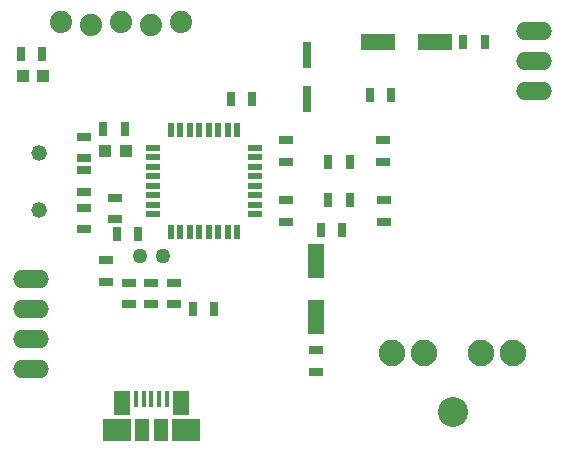
<source format=gtp>
G04 #@! TF.FileFunction,Paste,Top*
%FSLAX46Y46*%
G04 Gerber Fmt 4.6, Leading zero omitted, Abs format (unit mm)*
G04 Created by KiCad (PCBNEW 4.0.5) date Saturday, 25 March 2017 'PMt' 19:04:54*
%MOMM*%
%LPD*%
G01*
G04 APERTURE LIST*
%ADD10C,0.100000*%
%ADD11C,1.270000*%
%ADD12R,0.797560X1.198880*%
%ADD13R,0.647700X2.199640*%
%ADD14R,1.198880X0.797560*%
%ADD15R,1.399540X2.999740*%
%ADD16R,2.999740X1.399540*%
%ADD17R,0.449580X1.379220*%
%ADD18R,1.473200X2.098040*%
%ADD19R,2.374900X1.899920*%
%ADD20R,1.173480X1.899920*%
%ADD21C,1.879600*%
%ADD22R,0.998220X0.998220*%
%ADD23C,1.320800*%
%ADD24O,3.048000X1.524000*%
%ADD25R,0.558800X1.270000*%
%ADD26R,1.270000X0.558800*%
%ADD27C,2.540000*%
%ADD28C,2.247900*%
G04 APERTURE END LIST*
D10*
D11*
X162288220Y-78105000D03*
X160291780Y-78105000D03*
D12*
X169809160Y-64770000D03*
X168010840Y-64770000D03*
D13*
X174426880Y-64764920D03*
X174426880Y-61066680D03*
D14*
X172720000Y-68315840D03*
X172720000Y-70114160D03*
X155575000Y-69796660D03*
X155575000Y-67998340D03*
X155575000Y-74030840D03*
X155575000Y-75829160D03*
D12*
X176265840Y-73342500D03*
X178064160Y-73342500D03*
D14*
X172720000Y-73395840D03*
X172720000Y-75194160D03*
D12*
X176265840Y-70167500D03*
X178064160Y-70167500D03*
X158358840Y-76200000D03*
X160157160Y-76200000D03*
D15*
X175260000Y-78501240D03*
X175260000Y-83296760D03*
D16*
X180482240Y-59944000D03*
X185277760Y-59944000D03*
D14*
X157480000Y-78475840D03*
X157480000Y-80274160D03*
D17*
X159992060Y-90170000D03*
X160642300Y-90170000D03*
X161290000Y-90170000D03*
X161937700Y-90170000D03*
X162587940Y-90170000D03*
D18*
X158828740Y-90528140D03*
X163751260Y-90528140D03*
D19*
X158379160Y-92829380D03*
D20*
X160472120Y-92829380D03*
X162138360Y-92829380D03*
D19*
X164200840Y-92829380D03*
D21*
X153670000Y-58293000D03*
X156210000Y-58547000D03*
X158750000Y-58293000D03*
X161290000Y-58547000D03*
X163830000Y-58293000D03*
D14*
X159385000Y-80380840D03*
X159385000Y-82179160D03*
D22*
X152133300Y-62865000D03*
X150380700Y-62865000D03*
X159118300Y-69215000D03*
X157365700Y-69215000D03*
D23*
X151765000Y-69342000D03*
X151765000Y-74168000D03*
D14*
X155575000Y-70855840D03*
X155575000Y-72654160D03*
X180975000Y-75194160D03*
X180975000Y-73395840D03*
X158242000Y-75003660D03*
X158242000Y-73205340D03*
X180911500Y-68315840D03*
X180911500Y-70114160D03*
D12*
X177429160Y-75882500D03*
X175630840Y-75882500D03*
X181556660Y-64452500D03*
X179758340Y-64452500D03*
D14*
X161290000Y-80380840D03*
X161290000Y-82179160D03*
X175260000Y-87894160D03*
X175260000Y-86095840D03*
X163195000Y-80380840D03*
X163195000Y-82179160D03*
D12*
X189494160Y-60007500D03*
X187695840Y-60007500D03*
X164772340Y-82550000D03*
X166570660Y-82550000D03*
X152029160Y-60960000D03*
X150230840Y-60960000D03*
X159014160Y-67310000D03*
X157215840Y-67310000D03*
D24*
X151130000Y-80010000D03*
X151130000Y-82550000D03*
X151130000Y-85090000D03*
X151130000Y-87630000D03*
D25*
X168534080Y-67462400D03*
X167733980Y-67462400D03*
X166933880Y-67462400D03*
X166133780Y-67462400D03*
X165336220Y-67462400D03*
X164536120Y-67462400D03*
X163736020Y-67462400D03*
X162935920Y-67462400D03*
D26*
X161442400Y-68955920D03*
X161442400Y-69756020D03*
X161442400Y-70556120D03*
X161442400Y-71356220D03*
X161442400Y-72153780D03*
X161442400Y-72953880D03*
X161442400Y-73753980D03*
X161442400Y-74554080D03*
D25*
X162935920Y-76045060D03*
X163736020Y-76045060D03*
X164536120Y-76045060D03*
X165336220Y-76045060D03*
X166133780Y-76045060D03*
X166933880Y-76045060D03*
X167733980Y-76045060D03*
X168534080Y-76045060D03*
D26*
X170025060Y-74554080D03*
X170025060Y-73753980D03*
X170025060Y-72953880D03*
X170025060Y-72153780D03*
X170025060Y-71356220D03*
X170025060Y-70556120D03*
X170025060Y-69756020D03*
X170025060Y-68955920D03*
D24*
X193675000Y-59055000D03*
X193675000Y-61595000D03*
X193675000Y-64135000D03*
D27*
X186789060Y-91282520D03*
D28*
X181691280Y-86281260D03*
X184391300Y-86281260D03*
X189189360Y-86281260D03*
X191889380Y-86281260D03*
M02*

</source>
